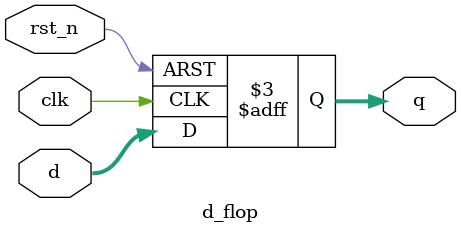
<source format=sv>
module d_flop #(parameter N = 4) (
  input  logic clk, rst_n,
  input  logic [N-1 : 0] d,
  output logic [N-1 : 0] q
);

  always_ff @(posedge clk, negedge rst_n) begin
    if (!rst_n) begin
      q <= 0;  //rst_n = 0, reset valid so reset to 0
    end else begin
      q <= d;  //rst_n = 1
    end
  end
  
endmodule
</source>
